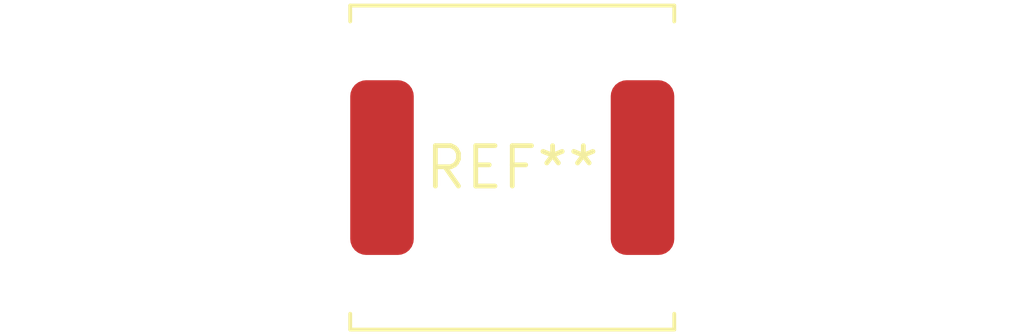
<source format=kicad_pcb>
(kicad_pcb (version 20240108) (generator pcbnew)
  (layers (0 "F.Cu" signal) (31 "B.Cu" signal) (34 "B.Paste" user) (35 "F.Paste" user) (36 "B.SilkS" user "B.Silkscreen") (37 "F.SilkS" user "F.Silkscreen") (38 "B.Mask" user) (39 "F.Mask" user) (44 "Edge.Cuts" user))
  (net 0 "")
  (footprint "L_SOREDE_SNR.1050_10x10x5mm" (layer "F.Cu") (at 0 0)
    (property "Reference" "REF**")
    (property "Value" "L_SOREDE_SNR.1050_10x10x5mm")
    (fp_line (start -5.1 -5.1) (end 5.1 -5.1) (layer "F.SilkS") (stroke (width 0.12)))
    (fp_line (start -5.1 -4.6) (end -5.1 -5.1) (layer "F.SilkS") (stroke (width 0.12)))
    (fp_line (start -5.1 5.1) (end -5.1 4.6) (layer "F.SilkS") (stroke (width 0.12)))
    (fp_line (start 5.1 -5.1) (end 5.1 -4.6) (layer "F.SilkS") (stroke (width 0.12)))
    (fp_line (start 5.1 4.6) (end 5.1 5.1) (layer "F.SilkS") (stroke (width 0.12)))
    (fp_line (start 5.1 5.1) (end -5.1 5.1) (layer "F.SilkS") (stroke (width 0.12)))
    (pad "1" smd roundrect (at -4.1 0) (size 2 5.5) (layers "F.Cu" "F.Paste" "F.Mask"))
    (pad "2" smd roundrect (at 4.1 0) (size 2 5.5) (layers "F.Cu" "F.Paste" "F.Mask"))
  )
)
</source>
